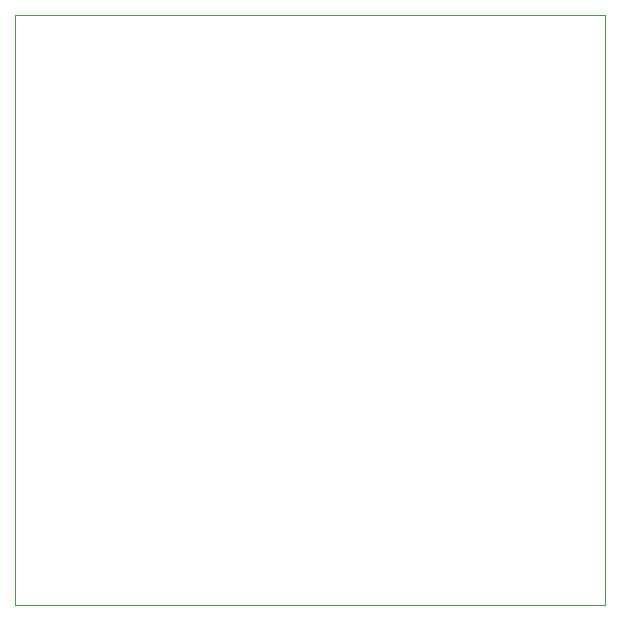
<source format=gtp>
G75*
%MOIN*%
%OFA0B0*%
%FSLAX25Y25*%
%IPPOS*%
%LPD*%
%AMOC8*
5,1,8,0,0,1.08239X$1,22.5*
%
%ADD10C,0.00000*%
D10*
X0001800Y0003050D02*
X0001800Y0199900D01*
X0198650Y0199900D01*
X0198650Y0003050D01*
X0001800Y0003050D01*
M02*

</source>
